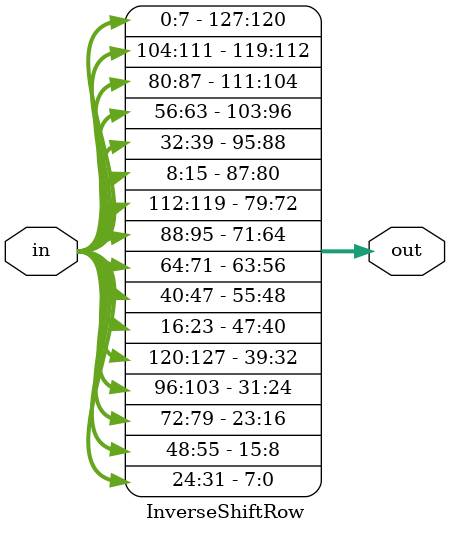
<source format=v>
module InverseShiftRow(in, out);
input [0:127] in;
output [0:127] out;

////////////////////////////
////////////////////////////////
/////first row
  assign out[0:7] = in [0:7];
  assign out[32:39] = in [32:39];
  assign out[64:71] = in [64:71];
  assign out[96:103] = in [96:103];
//////////////////////
////////second row
  assign out[8:15] = in [104:111]; 
  assign out[40:47] = in [8:15];
  assign out[72:79] = in [40:47];
  assign out[104:111] = in [72:79];
////////////
//third row

  assign out[16:23] = in [80:87];
  assign out[48:55] = in [112:119];
  assign out[80:87] = in [16:23];
  assign out[112:119] = in [48:55];
////////////////
//fourth row
  assign out[24:31] = in [56:63];
  assign out[56:63] = in [88:95];
  assign out[88:95] = in [120:127];
  assign out[120:127] = in [24:31];
//

endmodule
</source>
